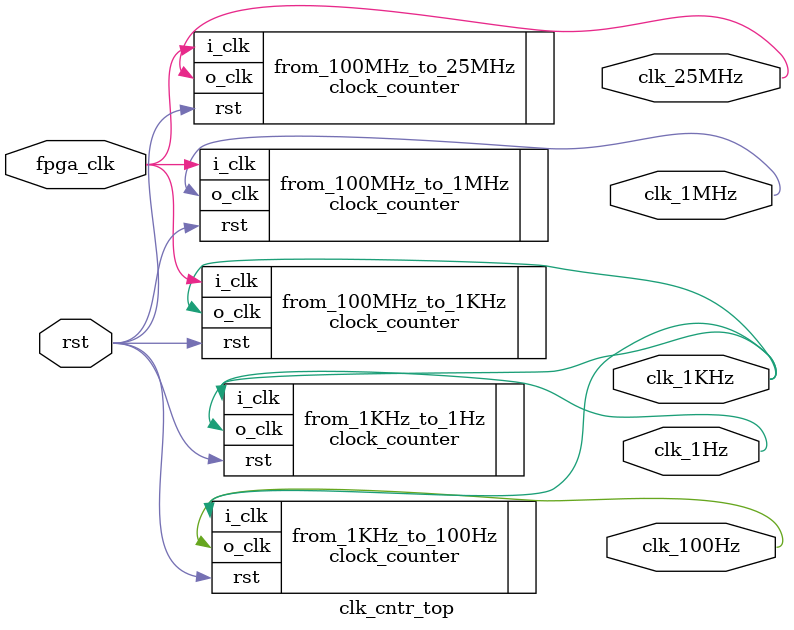
<source format=v>
`timescale 1ns / 1ps


module clk_cntr_top(
    input fpga_clk, rst,
    output clk_25MHz,
    output clk_1MHz,  
    output clk_1KHz,  
    output clk_100Hz, 
    output clk_1Hz   
    );
    
    parameter M = 10**6;    // Mega
    parameter K = 10**3;    // Kilo
    
    // Generation of 25MHz clock from 100MHz clock
    clock_counter          #(.from(100*M), .to(25*M)) 
    from_100MHz_to_25MHz    (.i_clk(fpga_clk), .rst(rst), .o_clk(clk_25MHz));
       
    // Generation of 1MHz clock from 100MHz clock
    clock_counter          #(.from(100*M), .to(1*M)) 
    from_100MHz_to_1MHz    (.i_clk(fpga_clk), .rst(rst), .o_clk(clk_1MHz));
    
    // Generation of 1KHz clock from 1MHz clock
    clock_counter          #(.from(100*M), .to(1*K)) 
    from_100MHz_to_1KHz     (.i_clk(fpga_clk), .rst(rst), .o_clk(clk_1KHz));
    
    // Generation of reversed 100Hz clock from 1KHz clock
    // Using 100Hz clock as Stepping Motor Clock
    clock_counter          #(.from(1*K), .to(100)) 
    from_1KHz_to_100Hz     (.i_clk(clk_1KHz), .rst(rst), .o_clk(clk_100Hz));
        
    // Generation of 1Hz clock from 1KHz clock
    clock_counter          #(.from(1*K), .to(1)) 
    from_1KHz_to_1Hz      (.i_clk(clk_1KHz), .rst(rst), .o_clk(clk_1Hz));
    
endmodule

</source>
